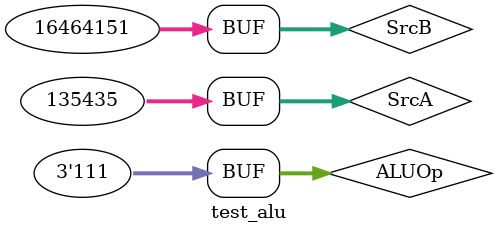
<source format=v>
`timescale 1ns / 1ps


module test_alu;

	// Inputs
	reg [31:0] SrcA;
	reg [31:0] SrcB;
	reg [2:0] ALUOp;

	// Outputs
	wire [31:0] ALUResult;
	wire Equal;

	// Instantiate the Unit Under Test (UUT)
	ALU uut (
		.SrcA(SrcA), 
		.SrcB(SrcB), 
		.ALUOp(ALUOp), 
		.ALUResult(ALUResult), 
		.Equal(Equal)
	);

	initial begin
		// Initialize Inputs
		SrcA = 0;
		SrcB = 0;
		ALUOp = 0;

		// Wait 100 ns for global reset to finish
		#10;
      SrcA=135435;
		SrcB=16464151;
		#10;
		ALUOp=1;
		#10;ALUOp=2;
		#10;ALUOp=6;
		#10;ALUOp=7;
		// Add stimulus here

	end
      
endmodule


</source>
